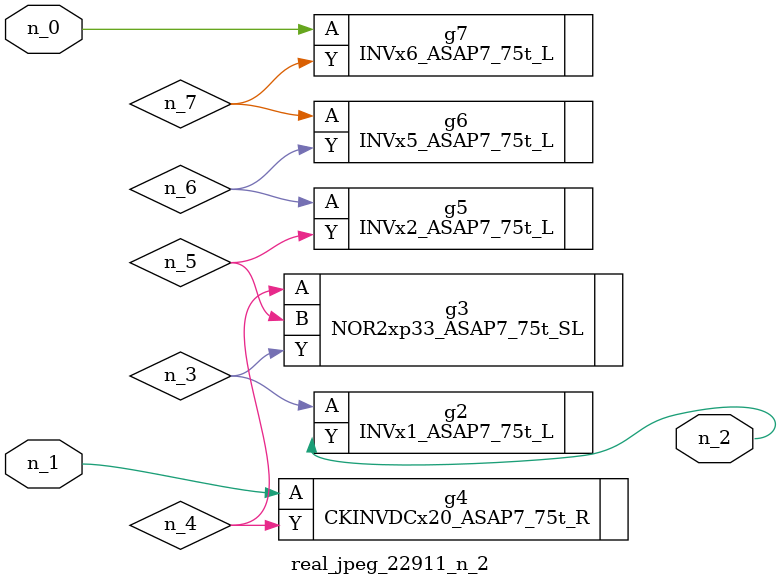
<source format=v>
module real_jpeg_22911_n_2 (n_1, n_0, n_2);

input n_1;
input n_0;

output n_2;

wire n_5;
wire n_4;
wire n_6;
wire n_7;
wire n_3;

INVx6_ASAP7_75t_L g7 ( 
.A(n_0),
.Y(n_7)
);

CKINVDCx20_ASAP7_75t_R g4 ( 
.A(n_1),
.Y(n_4)
);

INVx1_ASAP7_75t_L g2 ( 
.A(n_3),
.Y(n_2)
);

NOR2xp33_ASAP7_75t_SL g3 ( 
.A(n_4),
.B(n_5),
.Y(n_3)
);

INVx2_ASAP7_75t_L g5 ( 
.A(n_6),
.Y(n_5)
);

INVx5_ASAP7_75t_L g6 ( 
.A(n_7),
.Y(n_6)
);


endmodule
</source>
